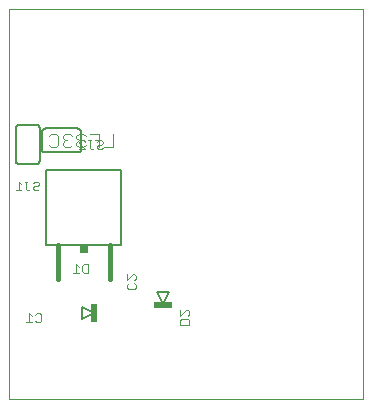
<source format=gbo>
G75*
%MOIN*%
%OFA0B0*%
%FSLAX25Y25*%
%IPPOS*%
%LPD*%
%AMOC8*
5,1,8,0,0,1.08239X$1,22.5*
%
%ADD10C,0.00000*%
%ADD11C,0.00500*%
%ADD12R,0.02500X0.02500*%
%ADD13C,0.01600*%
%ADD14C,0.00400*%
%ADD15C,0.00800*%
%ADD16R,0.02400X0.06200*%
%ADD17C,0.00300*%
%ADD18R,0.06200X0.02400*%
%ADD19C,0.00600*%
D10*
X0016800Y0033989D02*
X0016800Y0163910D01*
X0134910Y0163910D01*
X0134910Y0033989D01*
X0016800Y0033989D01*
D11*
X0029300Y0085239D02*
X0033050Y0085239D01*
X0050550Y0085239D01*
X0054300Y0085239D01*
X0054300Y0110239D01*
X0029300Y0110239D01*
X0029300Y0085239D01*
D12*
X0041800Y0083989D03*
D13*
X0033050Y0085239D02*
X0033050Y0073989D01*
X0050550Y0073989D02*
X0050550Y0085239D01*
D14*
X0051600Y0117939D02*
X0048531Y0117939D01*
X0046996Y0117939D02*
X0046996Y0122543D01*
X0043927Y0122543D01*
X0042392Y0121776D02*
X0041625Y0122543D01*
X0040090Y0122543D01*
X0039323Y0121776D01*
X0039323Y0121008D01*
X0040090Y0120241D01*
X0039323Y0119474D01*
X0039323Y0118706D01*
X0040090Y0117939D01*
X0041625Y0117939D01*
X0042392Y0118706D01*
X0040858Y0120241D02*
X0040090Y0120241D01*
X0037788Y0121776D02*
X0037021Y0122543D01*
X0035486Y0122543D01*
X0034719Y0121776D01*
X0034719Y0121008D01*
X0035486Y0120241D01*
X0034719Y0119474D01*
X0034719Y0118706D01*
X0035486Y0117939D01*
X0037021Y0117939D01*
X0037788Y0118706D01*
X0036254Y0120241D02*
X0035486Y0120241D01*
X0033184Y0121776D02*
X0033184Y0118706D01*
X0032417Y0117939D01*
X0030882Y0117939D01*
X0030115Y0118706D01*
X0030115Y0121776D02*
X0030882Y0122543D01*
X0032417Y0122543D01*
X0033184Y0121776D01*
X0045461Y0120241D02*
X0046996Y0120241D01*
X0051600Y0122543D02*
X0051600Y0117939D01*
D15*
X0066081Y0069707D02*
X0070019Y0069707D01*
X0068050Y0065770D01*
X0066081Y0069707D01*
X0045019Y0062739D02*
X0041081Y0060770D01*
X0041081Y0064707D01*
X0045019Y0062739D01*
D16*
X0045250Y0062739D03*
D17*
X0056250Y0071230D02*
X0056250Y0072197D01*
X0056734Y0072681D01*
X0056250Y0073692D02*
X0058185Y0075627D01*
X0058669Y0075627D01*
X0059152Y0075144D01*
X0059152Y0074176D01*
X0058669Y0073692D01*
X0058669Y0072681D02*
X0059152Y0072197D01*
X0059152Y0071230D01*
X0058669Y0070746D01*
X0056734Y0070746D01*
X0056250Y0071230D01*
X0056250Y0073692D02*
X0056250Y0075627D01*
X0043150Y0076139D02*
X0041699Y0076139D01*
X0041215Y0076623D01*
X0041215Y0078558D01*
X0041699Y0079041D01*
X0043150Y0079041D01*
X0043150Y0076139D01*
X0040203Y0076139D02*
X0038269Y0076139D01*
X0039236Y0076139D02*
X0039236Y0079041D01*
X0040203Y0078074D01*
X0027059Y0062591D02*
X0027543Y0062108D01*
X0027543Y0060173D01*
X0027059Y0059689D01*
X0026092Y0059689D01*
X0025608Y0060173D01*
X0024597Y0059689D02*
X0022662Y0059689D01*
X0023629Y0059689D02*
X0023629Y0062591D01*
X0024597Y0061624D01*
X0025608Y0062108D02*
X0026092Y0062591D01*
X0027059Y0062591D01*
X0026416Y0103639D02*
X0026900Y0104123D01*
X0026416Y0103639D02*
X0025449Y0103639D01*
X0024965Y0104123D01*
X0024965Y0104606D01*
X0025449Y0105090D01*
X0026416Y0105090D01*
X0026900Y0105574D01*
X0026900Y0106058D01*
X0026416Y0106541D01*
X0025449Y0106541D01*
X0024965Y0106058D01*
X0022986Y0106541D02*
X0022019Y0106541D01*
X0022502Y0106541D02*
X0022502Y0104123D01*
X0022986Y0103639D01*
X0023470Y0103639D01*
X0023953Y0104123D01*
X0021007Y0103639D02*
X0019072Y0103639D01*
X0020039Y0103639D02*
X0020039Y0106541D01*
X0021007Y0105574D01*
X0040322Y0117389D02*
X0042257Y0117389D01*
X0040322Y0119324D01*
X0040322Y0119808D01*
X0040806Y0120291D01*
X0041773Y0120291D01*
X0042257Y0119808D01*
X0043269Y0120291D02*
X0044236Y0120291D01*
X0043752Y0120291D02*
X0043752Y0117873D01*
X0044236Y0117389D01*
X0044720Y0117389D01*
X0045203Y0117873D01*
X0046215Y0117873D02*
X0046699Y0117389D01*
X0047666Y0117389D01*
X0048150Y0117873D01*
X0047666Y0118840D02*
X0046699Y0118840D01*
X0046215Y0118356D01*
X0046215Y0117873D01*
X0047666Y0118840D02*
X0048150Y0119324D01*
X0048150Y0119808D01*
X0047666Y0120291D01*
X0046699Y0120291D01*
X0046215Y0119808D01*
X0073950Y0063770D02*
X0073950Y0061835D01*
X0075885Y0063770D01*
X0076369Y0063770D01*
X0076852Y0063287D01*
X0076852Y0062319D01*
X0076369Y0061835D01*
X0076369Y0060824D02*
X0074434Y0060824D01*
X0073950Y0060340D01*
X0073950Y0058889D01*
X0076852Y0058889D01*
X0076852Y0060340D01*
X0076369Y0060824D01*
D18*
X0068050Y0065539D03*
D19*
X0027050Y0113489D02*
X0027050Y0124489D01*
X0027048Y0124549D01*
X0027043Y0124610D01*
X0027034Y0124669D01*
X0027021Y0124728D01*
X0027005Y0124787D01*
X0026985Y0124844D01*
X0026962Y0124899D01*
X0026935Y0124954D01*
X0026906Y0125006D01*
X0026873Y0125057D01*
X0026837Y0125106D01*
X0026799Y0125152D01*
X0026757Y0125196D01*
X0026713Y0125238D01*
X0026667Y0125276D01*
X0026618Y0125312D01*
X0026567Y0125345D01*
X0026515Y0125374D01*
X0026460Y0125401D01*
X0026405Y0125424D01*
X0026348Y0125444D01*
X0026289Y0125460D01*
X0026230Y0125473D01*
X0026171Y0125482D01*
X0026110Y0125487D01*
X0026050Y0125489D01*
X0020050Y0125489D01*
X0019990Y0125487D01*
X0019929Y0125482D01*
X0019870Y0125473D01*
X0019811Y0125460D01*
X0019752Y0125444D01*
X0019695Y0125424D01*
X0019640Y0125401D01*
X0019585Y0125374D01*
X0019533Y0125345D01*
X0019482Y0125312D01*
X0019433Y0125276D01*
X0019387Y0125238D01*
X0019343Y0125196D01*
X0019301Y0125152D01*
X0019263Y0125106D01*
X0019227Y0125057D01*
X0019194Y0125006D01*
X0019165Y0124954D01*
X0019138Y0124899D01*
X0019115Y0124844D01*
X0019095Y0124787D01*
X0019079Y0124728D01*
X0019066Y0124669D01*
X0019057Y0124610D01*
X0019052Y0124549D01*
X0019050Y0124489D01*
X0019050Y0113489D01*
X0019052Y0113429D01*
X0019057Y0113368D01*
X0019066Y0113309D01*
X0019079Y0113250D01*
X0019095Y0113191D01*
X0019115Y0113134D01*
X0019138Y0113079D01*
X0019165Y0113024D01*
X0019194Y0112972D01*
X0019227Y0112921D01*
X0019263Y0112872D01*
X0019301Y0112826D01*
X0019343Y0112782D01*
X0019387Y0112740D01*
X0019433Y0112702D01*
X0019482Y0112666D01*
X0019533Y0112633D01*
X0019585Y0112604D01*
X0019640Y0112577D01*
X0019695Y0112554D01*
X0019752Y0112534D01*
X0019811Y0112518D01*
X0019870Y0112505D01*
X0019929Y0112496D01*
X0019990Y0112491D01*
X0020050Y0112489D01*
X0026050Y0112489D01*
X0026110Y0112491D01*
X0026171Y0112496D01*
X0026230Y0112505D01*
X0026289Y0112518D01*
X0026348Y0112534D01*
X0026405Y0112554D01*
X0026460Y0112577D01*
X0026515Y0112604D01*
X0026567Y0112633D01*
X0026618Y0112666D01*
X0026667Y0112702D01*
X0026713Y0112740D01*
X0026757Y0112782D01*
X0026799Y0112826D01*
X0026837Y0112872D01*
X0026873Y0112921D01*
X0026906Y0112972D01*
X0026935Y0113024D01*
X0026962Y0113079D01*
X0026985Y0113134D01*
X0027005Y0113191D01*
X0027021Y0113250D01*
X0027034Y0113309D01*
X0027043Y0113368D01*
X0027048Y0113429D01*
X0027050Y0113489D01*
X0028800Y0116239D02*
X0039800Y0116239D01*
X0039860Y0116241D01*
X0039921Y0116246D01*
X0039980Y0116255D01*
X0040039Y0116268D01*
X0040098Y0116284D01*
X0040155Y0116304D01*
X0040210Y0116327D01*
X0040265Y0116354D01*
X0040317Y0116383D01*
X0040368Y0116416D01*
X0040417Y0116452D01*
X0040463Y0116490D01*
X0040507Y0116532D01*
X0040549Y0116576D01*
X0040587Y0116622D01*
X0040623Y0116671D01*
X0040656Y0116722D01*
X0040685Y0116774D01*
X0040712Y0116829D01*
X0040735Y0116884D01*
X0040755Y0116941D01*
X0040771Y0117000D01*
X0040784Y0117059D01*
X0040793Y0117118D01*
X0040798Y0117179D01*
X0040800Y0117239D01*
X0040800Y0123239D01*
X0040798Y0123299D01*
X0040793Y0123360D01*
X0040784Y0123419D01*
X0040771Y0123478D01*
X0040755Y0123537D01*
X0040735Y0123594D01*
X0040712Y0123649D01*
X0040685Y0123704D01*
X0040656Y0123756D01*
X0040623Y0123807D01*
X0040587Y0123856D01*
X0040549Y0123902D01*
X0040507Y0123946D01*
X0040463Y0123988D01*
X0040417Y0124026D01*
X0040368Y0124062D01*
X0040317Y0124095D01*
X0040265Y0124124D01*
X0040210Y0124151D01*
X0040155Y0124174D01*
X0040098Y0124194D01*
X0040039Y0124210D01*
X0039980Y0124223D01*
X0039921Y0124232D01*
X0039860Y0124237D01*
X0039800Y0124239D01*
X0028800Y0124239D01*
X0028740Y0124237D01*
X0028679Y0124232D01*
X0028620Y0124223D01*
X0028561Y0124210D01*
X0028502Y0124194D01*
X0028445Y0124174D01*
X0028390Y0124151D01*
X0028335Y0124124D01*
X0028283Y0124095D01*
X0028232Y0124062D01*
X0028183Y0124026D01*
X0028137Y0123988D01*
X0028093Y0123946D01*
X0028051Y0123902D01*
X0028013Y0123856D01*
X0027977Y0123807D01*
X0027944Y0123756D01*
X0027915Y0123704D01*
X0027888Y0123649D01*
X0027865Y0123594D01*
X0027845Y0123537D01*
X0027829Y0123478D01*
X0027816Y0123419D01*
X0027807Y0123360D01*
X0027802Y0123299D01*
X0027800Y0123239D01*
X0027800Y0117239D01*
X0027802Y0117179D01*
X0027807Y0117118D01*
X0027816Y0117059D01*
X0027829Y0117000D01*
X0027845Y0116941D01*
X0027865Y0116884D01*
X0027888Y0116829D01*
X0027915Y0116774D01*
X0027944Y0116722D01*
X0027977Y0116671D01*
X0028013Y0116622D01*
X0028051Y0116576D01*
X0028093Y0116532D01*
X0028137Y0116490D01*
X0028183Y0116452D01*
X0028232Y0116416D01*
X0028283Y0116383D01*
X0028335Y0116354D01*
X0028390Y0116327D01*
X0028445Y0116304D01*
X0028502Y0116284D01*
X0028561Y0116268D01*
X0028620Y0116255D01*
X0028679Y0116246D01*
X0028740Y0116241D01*
X0028800Y0116239D01*
M02*

</source>
